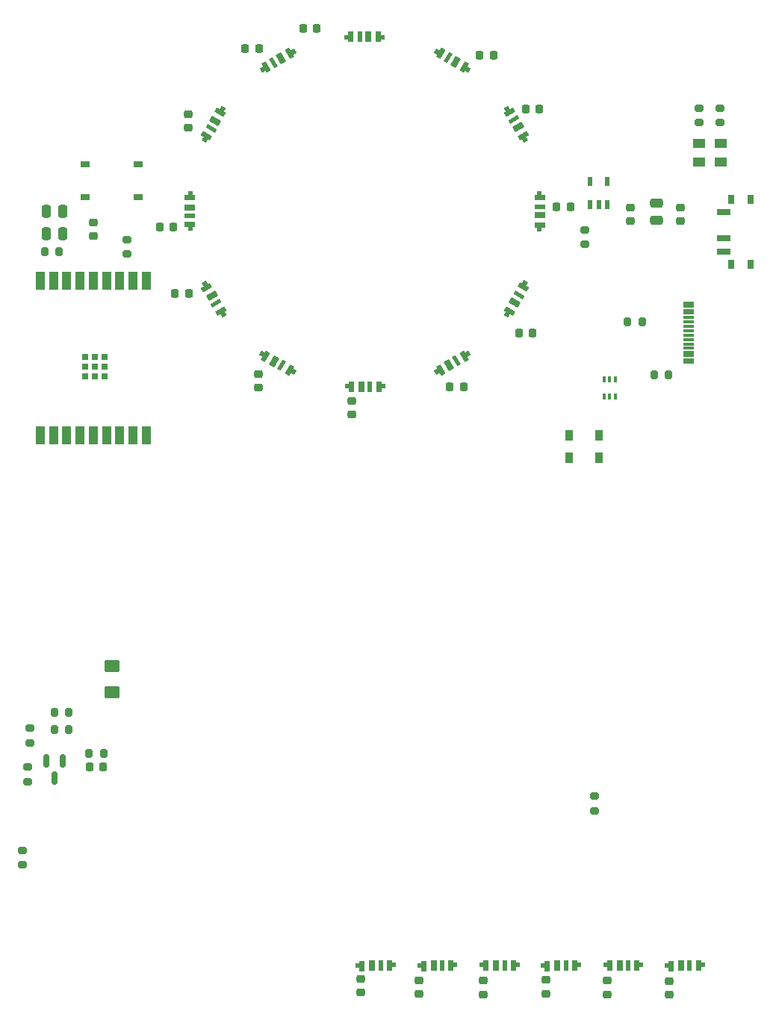
<source format=gbr>
%TF.GenerationSoftware,KiCad,Pcbnew,8.0.8*%
%TF.CreationDate,2025-03-20T15:34:03-03:00*%
%TF.ProjectId,nsec-badge-2025,6e736563-2d62-4616-9467-652d32303235,rev?*%
%TF.SameCoordinates,Original*%
%TF.FileFunction,Paste,Bot*%
%TF.FilePolarity,Positive*%
%FSLAX46Y46*%
G04 Gerber Fmt 4.6, Leading zero omitted, Abs format (unit mm)*
G04 Created by KiCad (PCBNEW 8.0.8) date 2025-03-20 15:34:03*
%MOMM*%
%LPD*%
G01*
G04 APERTURE LIST*
G04 Aperture macros list*
%AMRoundRect*
0 Rectangle with rounded corners*
0 $1 Rounding radius*
0 $2 $3 $4 $5 $6 $7 $8 $9 X,Y pos of 4 corners*
0 Add a 4 corners polygon primitive as box body*
4,1,4,$2,$3,$4,$5,$6,$7,$8,$9,$2,$3,0*
0 Add four circle primitives for the rounded corners*
1,1,$1+$1,$2,$3*
1,1,$1+$1,$4,$5*
1,1,$1+$1,$6,$7*
1,1,$1+$1,$8,$9*
0 Add four rect primitives between the rounded corners*
20,1,$1+$1,$2,$3,$4,$5,0*
20,1,$1+$1,$4,$5,$6,$7,0*
20,1,$1+$1,$6,$7,$8,$9,0*
20,1,$1+$1,$8,$9,$2,$3,0*%
%AMFreePoly0*
4,1,9,0.499975,-0.599822,-0.050013,-0.599823,-0.050013,-0.199848,-0.500025,-0.199848,-0.500025,0.350191,-0.050013,0.350191,-0.050013,0.600178,0.499975,0.600178,0.499975,-0.599822,0.499975,-0.599822,$1*%
%AMFreePoly1*
4,1,5,0.349962,-0.599976,-0.350038,-0.599975,-0.350038,0.600025,0.349962,0.600025,0.349962,-0.599976,0.349962,-0.599976,$1*%
%AMFreePoly2*
4,1,5,0.224868,-0.600000,-0.225146,-0.600000,-0.225146,0.600000,0.224867,0.600000,0.224868,-0.600000,0.224868,-0.600000,$1*%
%AMFreePoly3*
4,1,9,0.050038,0.349784,0.500102,0.349835,0.500152,-0.200152,0.050114,-0.200127,0.050114,-0.600000,-0.499975,-0.600102,-0.499975,0.599848,0.050114,0.599898,0.050038,0.349784,0.050038,0.349784,$1*%
G04 Aperture macros list end*
%ADD10RoundRect,0.250000X-0.475000X0.250000X-0.475000X-0.250000X0.475000X-0.250000X0.475000X0.250000X0*%
%ADD11R,0.950013X1.150013*%
%ADD12FreePoly0,60.000000*%
%ADD13FreePoly1,60.000000*%
%ADD14FreePoly2,60.000000*%
%ADD15FreePoly3,60.000000*%
%ADD16RoundRect,0.225000X-0.225000X-0.250000X0.225000X-0.250000X0.225000X0.250000X-0.225000X0.250000X0*%
%ADD17RoundRect,0.250000X-0.250000X-0.475000X0.250000X-0.475000X0.250000X0.475000X-0.250000X0.475000X0*%
%ADD18RoundRect,0.200000X-0.275000X0.200000X-0.275000X-0.200000X0.275000X-0.200000X0.275000X0.200000X0*%
%ADD19R,1.500000X0.700000*%
%ADD20R,0.800000X1.000000*%
%ADD21RoundRect,0.225000X-0.250000X0.225000X-0.250000X-0.225000X0.250000X-0.225000X0.250000X0.225000X0*%
%ADD22R,1.000000X0.750013*%
%ADD23RoundRect,0.200000X0.275000X-0.200000X0.275000X0.200000X-0.275000X0.200000X-0.275000X-0.200000X0*%
%ADD24FreePoly0,0.000000*%
%ADD25FreePoly1,0.000000*%
%ADD26FreePoly2,0.000000*%
%ADD27FreePoly3,0.000000*%
%ADD28R,1.399543X1.000000*%
%ADD29RoundRect,0.225000X0.250000X-0.225000X0.250000X0.225000X-0.250000X0.225000X-0.250000X-0.225000X0*%
%ADD30RoundRect,0.225000X0.225000X0.250000X-0.225000X0.250000X-0.225000X-0.250000X0.225000X-0.250000X0*%
%ADD31FreePoly0,300.000000*%
%ADD32FreePoly1,300.000000*%
%ADD33FreePoly2,300.000000*%
%ADD34FreePoly3,300.000000*%
%ADD35FreePoly0,90.000000*%
%ADD36FreePoly1,90.000000*%
%ADD37FreePoly2,90.000000*%
%ADD38FreePoly3,90.000000*%
%ADD39RoundRect,0.200000X-0.200000X-0.275000X0.200000X-0.275000X0.200000X0.275000X-0.200000X0.275000X0*%
%ADD40RoundRect,0.200000X0.200000X0.275000X-0.200000X0.275000X-0.200000X-0.275000X0.200000X-0.275000X0*%
%ADD41FreePoly0,330.000000*%
%ADD42FreePoly1,330.000000*%
%ADD43FreePoly2,330.000000*%
%ADD44FreePoly3,330.000000*%
%ADD45R,0.350013X0.780010*%
%ADD46R,1.000000X2.000000*%
%ADD47R,0.700000X0.700000*%
%ADD48FreePoly0,240.000000*%
%ADD49FreePoly1,240.000000*%
%ADD50FreePoly2,240.000000*%
%ADD51FreePoly3,240.000000*%
%ADD52FreePoly0,120.000000*%
%ADD53FreePoly1,120.000000*%
%ADD54FreePoly2,120.000000*%
%ADD55FreePoly3,120.000000*%
%ADD56FreePoly0,210.000000*%
%ADD57FreePoly1,210.000000*%
%ADD58FreePoly2,210.000000*%
%ADD59FreePoly3,210.000000*%
%ADD60FreePoly0,150.000000*%
%ADD61FreePoly1,150.000000*%
%ADD62FreePoly2,150.000000*%
%ADD63FreePoly3,150.000000*%
%ADD64R,1.300000X0.300000*%
%ADD65RoundRect,0.150000X-0.150000X0.587500X-0.150000X-0.587500X0.150000X-0.587500X0.150000X0.587500X0*%
%ADD66FreePoly0,270.000000*%
%ADD67FreePoly1,270.000000*%
%ADD68FreePoly2,270.000000*%
%ADD69FreePoly3,270.000000*%
%ADD70FreePoly0,30.000000*%
%ADD71FreePoly1,30.000000*%
%ADD72FreePoly2,30.000000*%
%ADD73FreePoly3,30.000000*%
%ADD74FreePoly0,180.000000*%
%ADD75FreePoly1,180.000000*%
%ADD76FreePoly2,180.000000*%
%ADD77FreePoly3,180.000000*%
%ADD78R,0.622301X1.104902*%
%ADD79RoundRect,0.250001X0.624999X-0.462499X0.624999X0.462499X-0.624999X0.462499X-0.624999X-0.462499X0*%
G04 APERTURE END LIST*
D10*
%TO.C,C2*%
X177587185Y-43550267D03*
X177587185Y-45450267D03*
%TD*%
D11*
%TO.C,D2*%
X167607595Y-69900000D03*
X170992405Y-69900000D03*
%TD*%
D12*
%TO.C,RGB9*%
X160810320Y-55953373D03*
D13*
X161463549Y-54771654D03*
D14*
X161944499Y-53938624D03*
D15*
X162556454Y-52877671D03*
%TD*%
D16*
%TO.C,C12*%
X154125000Y-64400000D03*
X155675000Y-64400000D03*
%TD*%
D17*
%TO.C,C18*%
X108350000Y-44500000D03*
X110250000Y-44500000D03*
%TD*%
D18*
%TO.C,R14*%
X117500000Y-47675000D03*
X117500000Y-49325000D03*
%TD*%
D19*
%TO.C,KEY1*%
X185149962Y-44550064D03*
X185149962Y-47550064D03*
X185149962Y-49049936D03*
D20*
X186049886Y-43150013D03*
X186049886Y-50449987D03*
X188250038Y-50449987D03*
X188250038Y-43150013D03*
%TD*%
D21*
%TO.C,C11*%
X143000000Y-65975000D03*
X143000000Y-67525000D03*
%TD*%
D22*
%TO.C,SW4*%
X118750000Y-39150114D03*
X112750000Y-39150114D03*
X118750000Y-42849886D03*
X112750000Y-42849886D03*
%TD*%
D23*
%TO.C,R2*%
X184750000Y-34425000D03*
X184750000Y-32775000D03*
%TD*%
D24*
%TO.C,RGB14*%
X150930937Y-130025413D03*
D25*
X152280950Y-130000267D03*
D26*
X153242850Y-130000267D03*
D27*
X154467640Y-129999759D03*
%TD*%
D24*
%TO.C,RGB13*%
X143969037Y-130025413D03*
D25*
X145319050Y-130000267D03*
D26*
X146280950Y-130000267D03*
D27*
X147505740Y-129999759D03*
%TD*%
D21*
%TO.C,C1*%
X174600000Y-44025000D03*
X174600000Y-45575000D03*
%TD*%
D23*
%TO.C,R8*%
X105688000Y-118553000D03*
X105688000Y-116903000D03*
%TD*%
D28*
%TO.C,LED2*%
X182400000Y-38850292D03*
X182400000Y-36749708D03*
%TD*%
D11*
%TO.C,D1*%
X167607595Y-72400000D03*
X170992405Y-72400000D03*
%TD*%
D23*
%TO.C,R3*%
X182350000Y-34425000D03*
X182350000Y-32775000D03*
%TD*%
D29*
%TO.C,C7*%
X124500000Y-35025000D03*
X124500000Y-33475000D03*
%TD*%
%TO.C,C4*%
X113750000Y-47275000D03*
X113750000Y-45725000D03*
%TD*%
D24*
%TO.C,RGB15*%
X158012522Y-130013145D03*
D25*
X159362535Y-129987999D03*
D26*
X160324435Y-129987999D03*
D27*
X161549225Y-129987491D03*
%TD*%
D16*
%TO.C,C14*%
X166225000Y-44000000D03*
X167775000Y-44000000D03*
%TD*%
D30*
%TO.C,C6*%
X132475000Y-26000000D03*
X130925000Y-26000000D03*
%TD*%
D24*
%TO.C,RGB7*%
X142738087Y-64350146D03*
D25*
X144088100Y-64325000D03*
D26*
X145050000Y-64325000D03*
D27*
X146274790Y-64324492D03*
%TD*%
D31*
%TO.C,RGB5*%
X126445494Y-52915903D03*
D32*
X127142278Y-54072476D03*
D33*
X127623228Y-54905506D03*
D34*
X128236063Y-55965951D03*
%TD*%
D35*
%TO.C,RGB10*%
X164362878Y-46250000D03*
D36*
X164337732Y-44899987D03*
D37*
X164337732Y-43938087D03*
D38*
X164337224Y-42713297D03*
%TD*%
D21*
%TO.C,C22*%
X157937465Y-131712535D03*
X157937465Y-133262535D03*
%TD*%
D30*
%TO.C,C8*%
X122775000Y-46250000D03*
X121225000Y-46250000D03*
%TD*%
D24*
%TO.C,RGB18*%
X178969037Y-130025413D03*
D25*
X180319050Y-130000267D03*
D26*
X181280950Y-130000267D03*
D27*
X182505740Y-129999759D03*
%TD*%
D21*
%TO.C,C10*%
X132400000Y-62925000D03*
X132400000Y-64475000D03*
%TD*%
D39*
%TO.C,R6*%
X108175000Y-49000000D03*
X109825000Y-49000000D03*
%TD*%
D18*
%TO.C,R11*%
X106300000Y-107475000D03*
X106300000Y-109125000D03*
%TD*%
D16*
%TO.C,C13*%
X161975000Y-58250000D03*
X163525000Y-58250000D03*
%TD*%
D21*
%TO.C,C3*%
X180266661Y-44025267D03*
X180266661Y-45575267D03*
%TD*%
D17*
%TO.C,C19*%
X108350000Y-47000000D03*
X110250000Y-47000000D03*
%TD*%
D40*
%TO.C,R5*%
X178923566Y-63000000D03*
X177273566Y-63000000D03*
%TD*%
D21*
%TO.C,C23*%
X164987465Y-131612535D03*
X164987465Y-133162535D03*
%TD*%
D18*
%TO.C,R7*%
X106500000Y-103075000D03*
X106500000Y-104725000D03*
%TD*%
D40*
%TO.C,R13*%
X110925000Y-101275000D03*
X109275000Y-101275000D03*
%TD*%
D41*
%TO.C,RGB6*%
X133046627Y-60810320D03*
D42*
X134228346Y-61463549D03*
D43*
X135061376Y-61944499D03*
D44*
X136122329Y-62556454D03*
%TD*%
D45*
%TO.C,U3*%
X172899987Y-65489992D03*
X172250000Y-65489992D03*
X171600013Y-65489992D03*
X171600013Y-63510008D03*
X172250000Y-63510008D03*
X172899987Y-63510008D03*
%TD*%
D30*
%TO.C,C9*%
X124525000Y-53750000D03*
X122975000Y-53750000D03*
%TD*%
D40*
%TO.C,R12*%
X110925000Y-103250000D03*
X109275000Y-103250000D03*
%TD*%
D30*
%TO.C,C5*%
X139025000Y-23750000D03*
X137475000Y-23750000D03*
%TD*%
D24*
%TO.C,RGB17*%
X172012522Y-130013145D03*
D25*
X173362535Y-129987999D03*
D26*
X174324435Y-129987999D03*
D27*
X175549225Y-129987491D03*
%TD*%
D16*
%TO.C,C16*%
X157500000Y-26750000D03*
X159050000Y-26750000D03*
%TD*%
D40*
%TO.C,R10*%
X114875000Y-105950000D03*
X113225000Y-105950000D03*
%TD*%
D21*
%TO.C,C21*%
X150637465Y-131687535D03*
X150637465Y-133237535D03*
%TD*%
D24*
%TO.C,RGB16*%
X164969037Y-130025413D03*
D25*
X166319050Y-130000267D03*
D26*
X167280950Y-130000267D03*
D27*
X168505740Y-129999759D03*
%TD*%
D46*
%TO.C,U1*%
X107700025Y-52350038D03*
X109199898Y-52350038D03*
X110700025Y-52350038D03*
X112199898Y-52350038D03*
X113700025Y-52350038D03*
X115199898Y-52350038D03*
X116700025Y-52350038D03*
X118199898Y-52350038D03*
X119700025Y-52350038D03*
X119700025Y-69850166D03*
X118199898Y-69850166D03*
X116700025Y-69850166D03*
X115199898Y-69850166D03*
X113700025Y-69850166D03*
X112199898Y-69850166D03*
X110700025Y-69850166D03*
X109199898Y-69850166D03*
X107700025Y-69850166D03*
D47*
X115000000Y-60960148D03*
X113899923Y-60960148D03*
X112799847Y-60960148D03*
X115000000Y-62059970D03*
X113899923Y-62059970D03*
X112799847Y-62059970D03*
X115000000Y-63160046D03*
X113899923Y-63160046D03*
X112799847Y-63160046D03*
%TD*%
D28*
%TO.C,LED1*%
X184800000Y-38850292D03*
X184800000Y-36749708D03*
%TD*%
D21*
%TO.C,C24*%
X171987465Y-131712535D03*
X171987465Y-133262535D03*
%TD*%
D48*
%TO.C,RGB3*%
X128189681Y-33046627D03*
D49*
X127536452Y-34228346D03*
D50*
X127055502Y-35061376D03*
D51*
X126443547Y-36122329D03*
%TD*%
D16*
%TO.C,C17*%
X113275000Y-107450000D03*
X114825000Y-107450000D03*
%TD*%
D52*
%TO.C,RGB11*%
X162554507Y-36084098D03*
D53*
X161857723Y-34927525D03*
D54*
X161376773Y-34094495D03*
D55*
X160763938Y-33034050D03*
%TD*%
D56*
%TO.C,RGB2*%
X136109098Y-26420493D03*
D57*
X134952525Y-27117277D03*
D58*
X134119495Y-27598227D03*
D59*
X133059050Y-28211062D03*
%TD*%
D16*
%TO.C,C15*%
X162725000Y-32900000D03*
X164275000Y-32900000D03*
%TD*%
D60*
%TO.C,RGB12*%
X155953373Y-28189681D03*
D61*
X154771654Y-27536452D03*
D62*
X153938624Y-27055502D03*
D63*
X152877671Y-26443547D03*
%TD*%
D64*
%TO.C,U2*%
X181150382Y-54899987D03*
X181150382Y-55700089D03*
X181150382Y-57000064D03*
X181150382Y-58000064D03*
X181150382Y-58499936D03*
X181150382Y-59499682D03*
X181150382Y-60800000D03*
X181150382Y-61600013D03*
X181150382Y-61300038D03*
X181150382Y-60500000D03*
X181150382Y-60000064D03*
X181150382Y-59000064D03*
X181150382Y-57499936D03*
X181150382Y-56499936D03*
X181150382Y-56000064D03*
X181150382Y-55199962D03*
%TD*%
D21*
%TO.C,C20*%
X143987465Y-131487535D03*
X143987465Y-133037535D03*
%TD*%
D23*
%TO.C,R9*%
X170494913Y-112425000D03*
X170494913Y-110775000D03*
%TD*%
D65*
%TO.C,Q1*%
X108350000Y-106812500D03*
X110250000Y-106812500D03*
X109300000Y-108687500D03*
%TD*%
D66*
%TO.C,RGB4*%
X124638482Y-42659792D03*
D67*
X124663628Y-44009805D03*
D68*
X124663628Y-44971705D03*
D69*
X124664136Y-46196495D03*
%TD*%
D70*
%TO.C,RGB8*%
X152890903Y-62579506D03*
D71*
X154047476Y-61882722D03*
D72*
X154880506Y-61401772D03*
D73*
X155940951Y-60788937D03*
%TD*%
D74*
%TO.C,RGB1*%
X146240209Y-24638481D03*
D75*
X144890196Y-24663627D03*
D76*
X143928296Y-24663627D03*
D77*
X142703506Y-24664135D03*
%TD*%
D78*
%TO.C,U6*%
X171949733Y-43699975D03*
X171000533Y-43699975D03*
X170050318Y-43699975D03*
X170050318Y-41100025D03*
X171949733Y-41100025D03*
%TD*%
D40*
%TO.C,R4*%
X175923566Y-56999936D03*
X174273566Y-56999936D03*
%TD*%
D79*
%TO.C,F1*%
X115800000Y-98987500D03*
X115800000Y-96012500D03*
%TD*%
D21*
%TO.C,C25*%
X178987465Y-131737535D03*
X178987465Y-133287535D03*
%TD*%
D23*
%TO.C,R1*%
X169400000Y-48225000D03*
X169400000Y-46575000D03*
%TD*%
M02*

</source>
